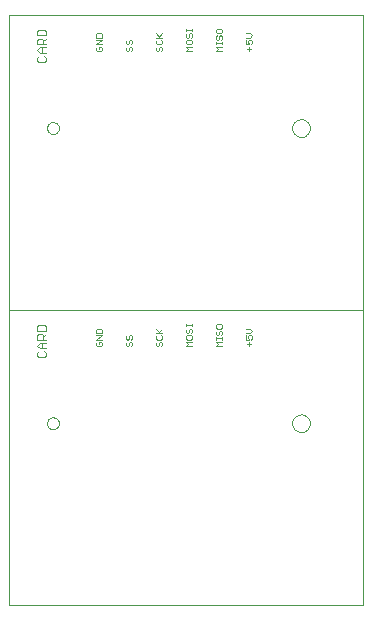
<source format=gto>
G75*
G70*
%OFA0B0*%
%FSLAX24Y24*%
%IPPOS*%
%LPD*%
%AMOC8*
5,1,8,0,0,1.08239X$1,22.5*
%
%ADD10C,0.0000*%
%ADD11C,0.0030*%
%ADD12C,0.0020*%
D10*
X000100Y007391D02*
X000100Y017233D01*
X000100Y027076D01*
X011911Y027076D01*
X011911Y017233D01*
X000100Y017233D01*
X011911Y017233D01*
X011911Y007391D01*
X000100Y007391D01*
X001375Y013456D02*
X001377Y013483D01*
X001383Y013510D01*
X001392Y013536D01*
X001405Y013560D01*
X001421Y013583D01*
X001440Y013602D01*
X001462Y013619D01*
X001486Y013633D01*
X001511Y013643D01*
X001538Y013650D01*
X001565Y013653D01*
X001593Y013652D01*
X001620Y013647D01*
X001646Y013639D01*
X001670Y013627D01*
X001693Y013611D01*
X001714Y013593D01*
X001731Y013572D01*
X001746Y013548D01*
X001757Y013523D01*
X001765Y013497D01*
X001769Y013470D01*
X001769Y013442D01*
X001765Y013415D01*
X001757Y013389D01*
X001746Y013364D01*
X001731Y013340D01*
X001714Y013319D01*
X001693Y013301D01*
X001671Y013285D01*
X001646Y013273D01*
X001620Y013265D01*
X001593Y013260D01*
X001565Y013259D01*
X001538Y013262D01*
X001511Y013269D01*
X001486Y013279D01*
X001462Y013293D01*
X001440Y013310D01*
X001421Y013329D01*
X001405Y013352D01*
X001392Y013376D01*
X001383Y013402D01*
X001377Y013429D01*
X001375Y013456D01*
X001375Y023298D02*
X001377Y023325D01*
X001383Y023352D01*
X001392Y023378D01*
X001405Y023402D01*
X001421Y023425D01*
X001440Y023444D01*
X001462Y023461D01*
X001486Y023475D01*
X001511Y023485D01*
X001538Y023492D01*
X001565Y023495D01*
X001593Y023494D01*
X001620Y023489D01*
X001646Y023481D01*
X001670Y023469D01*
X001693Y023453D01*
X001714Y023435D01*
X001731Y023414D01*
X001746Y023390D01*
X001757Y023365D01*
X001765Y023339D01*
X001769Y023312D01*
X001769Y023284D01*
X001765Y023257D01*
X001757Y023231D01*
X001746Y023206D01*
X001731Y023182D01*
X001714Y023161D01*
X001693Y023143D01*
X001671Y023127D01*
X001646Y023115D01*
X001620Y023107D01*
X001593Y023102D01*
X001565Y023101D01*
X001538Y023104D01*
X001511Y023111D01*
X001486Y023121D01*
X001462Y023135D01*
X001440Y023152D01*
X001421Y023171D01*
X001405Y023194D01*
X001392Y023218D01*
X001383Y023244D01*
X001377Y023271D01*
X001375Y023298D01*
X009545Y023298D02*
X009547Y023332D01*
X009553Y023366D01*
X009563Y023399D01*
X009576Y023430D01*
X009594Y023460D01*
X009614Y023488D01*
X009638Y023513D01*
X009664Y023535D01*
X009692Y023553D01*
X009723Y023569D01*
X009755Y023581D01*
X009789Y023589D01*
X009823Y023593D01*
X009857Y023593D01*
X009891Y023589D01*
X009925Y023581D01*
X009957Y023569D01*
X009987Y023553D01*
X010016Y023535D01*
X010042Y023513D01*
X010066Y023488D01*
X010086Y023460D01*
X010104Y023430D01*
X010117Y023399D01*
X010127Y023366D01*
X010133Y023332D01*
X010135Y023298D01*
X010133Y023264D01*
X010127Y023230D01*
X010117Y023197D01*
X010104Y023166D01*
X010086Y023136D01*
X010066Y023108D01*
X010042Y023083D01*
X010016Y023061D01*
X009988Y023043D01*
X009957Y023027D01*
X009925Y023015D01*
X009891Y023007D01*
X009857Y023003D01*
X009823Y023003D01*
X009789Y023007D01*
X009755Y023015D01*
X009723Y023027D01*
X009692Y023043D01*
X009664Y023061D01*
X009638Y023083D01*
X009614Y023108D01*
X009594Y023136D01*
X009576Y023166D01*
X009563Y023197D01*
X009553Y023230D01*
X009547Y023264D01*
X009545Y023298D01*
X009545Y013456D02*
X009547Y013490D01*
X009553Y013524D01*
X009563Y013557D01*
X009576Y013588D01*
X009594Y013618D01*
X009614Y013646D01*
X009638Y013671D01*
X009664Y013693D01*
X009692Y013711D01*
X009723Y013727D01*
X009755Y013739D01*
X009789Y013747D01*
X009823Y013751D01*
X009857Y013751D01*
X009891Y013747D01*
X009925Y013739D01*
X009957Y013727D01*
X009987Y013711D01*
X010016Y013693D01*
X010042Y013671D01*
X010066Y013646D01*
X010086Y013618D01*
X010104Y013588D01*
X010117Y013557D01*
X010127Y013524D01*
X010133Y013490D01*
X010135Y013456D01*
X010133Y013422D01*
X010127Y013388D01*
X010117Y013355D01*
X010104Y013324D01*
X010086Y013294D01*
X010066Y013266D01*
X010042Y013241D01*
X010016Y013219D01*
X009988Y013201D01*
X009957Y013185D01*
X009925Y013173D01*
X009891Y013165D01*
X009857Y013161D01*
X009823Y013161D01*
X009789Y013165D01*
X009755Y013173D01*
X009723Y013185D01*
X009692Y013201D01*
X009664Y013219D01*
X009638Y013241D01*
X009614Y013266D01*
X009594Y013294D01*
X009576Y013324D01*
X009563Y013355D01*
X009553Y013388D01*
X009547Y013422D01*
X009545Y013456D01*
D11*
X001335Y015704D02*
X001335Y015801D01*
X001287Y015849D01*
X001335Y015950D02*
X001142Y015950D01*
X001045Y016047D01*
X001142Y016144D01*
X001335Y016144D01*
X001335Y016245D02*
X001045Y016245D01*
X001045Y016390D01*
X001093Y016439D01*
X001190Y016439D01*
X001238Y016390D01*
X001238Y016245D01*
X001238Y016342D02*
X001335Y016439D01*
X001335Y016540D02*
X001335Y016685D01*
X001287Y016733D01*
X001093Y016733D01*
X001045Y016685D01*
X001045Y016540D01*
X001335Y016540D01*
X001190Y016144D02*
X001190Y015950D01*
X001093Y015849D02*
X001045Y015801D01*
X001045Y015704D01*
X001093Y015656D01*
X001287Y015656D01*
X001335Y015704D01*
X001287Y025498D02*
X001093Y025498D01*
X001045Y025547D01*
X001045Y025643D01*
X001093Y025692D01*
X001142Y025793D02*
X001045Y025890D01*
X001142Y025986D01*
X001335Y025986D01*
X001335Y026088D02*
X001045Y026088D01*
X001045Y026233D01*
X001093Y026281D01*
X001190Y026281D01*
X001238Y026233D01*
X001238Y026088D01*
X001238Y026184D02*
X001335Y026281D01*
X001335Y026382D02*
X001335Y026527D01*
X001287Y026576D01*
X001093Y026576D01*
X001045Y026527D01*
X001045Y026382D01*
X001335Y026382D01*
X001190Y025986D02*
X001190Y025793D01*
X001142Y025793D02*
X001335Y025793D01*
X001287Y025692D02*
X001335Y025643D01*
X001335Y025547D01*
X001287Y025498D01*
D12*
X002995Y025905D02*
X003032Y025868D01*
X003178Y025868D01*
X003215Y025905D01*
X003215Y025978D01*
X003178Y026015D01*
X003105Y026015D01*
X003105Y025942D01*
X003032Y026015D02*
X002995Y025978D01*
X002995Y025905D01*
X002995Y026089D02*
X003215Y026236D01*
X002995Y026236D01*
X002995Y026310D02*
X002995Y026420D01*
X003032Y026457D01*
X003178Y026457D01*
X003215Y026420D01*
X003215Y026310D01*
X002995Y026310D01*
X002995Y026089D02*
X003215Y026089D01*
X003995Y026126D02*
X004032Y026089D01*
X004068Y026089D01*
X004105Y026126D01*
X004105Y026199D01*
X004142Y026236D01*
X004178Y026236D01*
X004215Y026199D01*
X004215Y026126D01*
X004178Y026089D01*
X004178Y026015D02*
X004215Y025978D01*
X004215Y025905D01*
X004178Y025868D01*
X004105Y025905D02*
X004105Y025978D01*
X004142Y026015D01*
X004178Y026015D01*
X004105Y025905D02*
X004068Y025868D01*
X004032Y025868D01*
X003995Y025905D01*
X003995Y025978D01*
X004032Y026015D01*
X003995Y026126D02*
X003995Y026199D01*
X004032Y026236D01*
X004995Y026199D02*
X004995Y026126D01*
X005032Y026089D01*
X005178Y026089D01*
X005215Y026126D01*
X005215Y026199D01*
X005178Y026236D01*
X005142Y026310D02*
X004995Y026457D01*
X004995Y026310D02*
X005215Y026310D01*
X005105Y026347D02*
X005215Y026457D01*
X005178Y026015D02*
X005142Y026015D01*
X005105Y025978D01*
X005105Y025905D01*
X005068Y025868D01*
X005032Y025868D01*
X004995Y025905D01*
X004995Y025978D01*
X005032Y026015D01*
X004995Y026199D02*
X005032Y026236D01*
X005178Y026015D02*
X005215Y025978D01*
X005215Y025905D01*
X005178Y025868D01*
X005995Y025868D02*
X006068Y025942D01*
X005995Y026015D01*
X006215Y026015D01*
X006178Y026089D02*
X006215Y026126D01*
X006215Y026199D01*
X006178Y026236D01*
X006032Y026236D01*
X005995Y026199D01*
X005995Y026126D01*
X006032Y026089D01*
X006178Y026089D01*
X006178Y026310D02*
X006215Y026347D01*
X006215Y026420D01*
X006178Y026457D01*
X006142Y026457D01*
X006105Y026420D01*
X006105Y026347D01*
X006068Y026310D01*
X006032Y026310D01*
X005995Y026347D01*
X005995Y026420D01*
X006032Y026457D01*
X005995Y026531D02*
X005995Y026605D01*
X005995Y026568D02*
X006215Y026568D01*
X006215Y026531D02*
X006215Y026605D01*
X006215Y025868D02*
X005995Y025868D01*
X006995Y025868D02*
X007068Y025942D01*
X006995Y026015D01*
X007215Y026015D01*
X007215Y026089D02*
X007215Y026163D01*
X007215Y026126D02*
X006995Y026126D01*
X006995Y026089D02*
X006995Y026163D01*
X007032Y026237D02*
X007068Y026237D01*
X007105Y026273D01*
X007105Y026347D01*
X007142Y026383D01*
X007178Y026383D01*
X007215Y026347D01*
X007215Y026273D01*
X007178Y026237D01*
X007032Y026237D02*
X006995Y026273D01*
X006995Y026347D01*
X007032Y026383D01*
X007032Y026458D02*
X007178Y026458D01*
X007215Y026494D01*
X007215Y026568D01*
X007178Y026604D01*
X007032Y026604D01*
X006995Y026568D01*
X006995Y026494D01*
X007032Y026458D01*
X006995Y025868D02*
X007215Y025868D01*
X007995Y026089D02*
X008105Y026089D01*
X008068Y026163D01*
X008068Y026199D01*
X008105Y026236D01*
X008178Y026236D01*
X008215Y026199D01*
X008215Y026126D01*
X008178Y026089D01*
X008105Y026015D02*
X008105Y025868D01*
X008032Y025942D02*
X008178Y025942D01*
X007995Y026089D02*
X007995Y026236D01*
X007995Y026310D02*
X008142Y026310D01*
X008215Y026384D01*
X008142Y026457D01*
X007995Y026457D01*
X007178Y016762D02*
X007032Y016762D01*
X006995Y016725D01*
X006995Y016652D01*
X007032Y016615D01*
X007178Y016615D01*
X007215Y016652D01*
X007215Y016725D01*
X007178Y016762D01*
X007178Y016541D02*
X007215Y016504D01*
X007215Y016431D01*
X007178Y016394D01*
X007105Y016431D02*
X007105Y016504D01*
X007142Y016541D01*
X007178Y016541D01*
X007105Y016431D02*
X007068Y016394D01*
X007032Y016394D01*
X006995Y016431D01*
X006995Y016504D01*
X007032Y016541D01*
X006995Y016320D02*
X006995Y016247D01*
X006995Y016283D02*
X007215Y016283D01*
X007215Y016247D02*
X007215Y016320D01*
X007215Y016173D02*
X006995Y016173D01*
X007068Y016099D01*
X006995Y016026D01*
X007215Y016026D01*
X007995Y016247D02*
X008105Y016247D01*
X008068Y016320D01*
X008068Y016357D01*
X008105Y016394D01*
X008178Y016394D01*
X008215Y016357D01*
X008215Y016283D01*
X008178Y016247D01*
X008105Y016173D02*
X008105Y016026D01*
X008032Y016099D02*
X008178Y016099D01*
X007995Y016247D02*
X007995Y016394D01*
X007995Y016468D02*
X008142Y016468D01*
X008215Y016541D01*
X008142Y016615D01*
X007995Y016615D01*
X006215Y016578D02*
X006215Y016504D01*
X006178Y016468D01*
X006178Y016394D02*
X006032Y016394D01*
X005995Y016357D01*
X005995Y016283D01*
X006032Y016247D01*
X006178Y016247D01*
X006215Y016283D01*
X006215Y016357D01*
X006178Y016394D01*
X006068Y016468D02*
X006105Y016504D01*
X006105Y016578D01*
X006142Y016615D01*
X006178Y016615D01*
X006215Y016578D01*
X006215Y016689D02*
X006215Y016762D01*
X006215Y016725D02*
X005995Y016725D01*
X005995Y016689D02*
X005995Y016762D01*
X006032Y016615D02*
X005995Y016578D01*
X005995Y016504D01*
X006032Y016468D01*
X006068Y016468D01*
X005995Y016173D02*
X006215Y016173D01*
X006215Y016026D02*
X005995Y016026D01*
X006068Y016099D01*
X005995Y016173D01*
X005215Y016136D02*
X005215Y016062D01*
X005178Y016026D01*
X005105Y016062D02*
X005105Y016136D01*
X005142Y016173D01*
X005178Y016173D01*
X005215Y016136D01*
X005178Y016247D02*
X005215Y016283D01*
X005215Y016357D01*
X005178Y016394D01*
X005142Y016468D02*
X004995Y016615D01*
X004995Y016468D02*
X005215Y016468D01*
X005105Y016504D02*
X005215Y016615D01*
X005032Y016394D02*
X004995Y016357D01*
X004995Y016283D01*
X005032Y016247D01*
X005178Y016247D01*
X005105Y016062D02*
X005068Y016026D01*
X005032Y016026D01*
X004995Y016062D01*
X004995Y016136D01*
X005032Y016173D01*
X004215Y016136D02*
X004215Y016062D01*
X004178Y016026D01*
X004105Y016062D02*
X004105Y016136D01*
X004142Y016173D01*
X004178Y016173D01*
X004215Y016136D01*
X004178Y016247D02*
X004215Y016283D01*
X004215Y016357D01*
X004178Y016394D01*
X004142Y016394D01*
X004105Y016357D01*
X004105Y016283D01*
X004068Y016247D01*
X004032Y016247D01*
X003995Y016283D01*
X003995Y016357D01*
X004032Y016394D01*
X004032Y016173D02*
X003995Y016136D01*
X003995Y016062D01*
X004032Y016026D01*
X004068Y016026D01*
X004105Y016062D01*
X003215Y016062D02*
X003178Y016026D01*
X003032Y016026D01*
X002995Y016062D01*
X002995Y016136D01*
X003032Y016173D01*
X003105Y016173D02*
X003105Y016099D01*
X003105Y016173D02*
X003178Y016173D01*
X003215Y016136D01*
X003215Y016062D01*
X003215Y016247D02*
X002995Y016247D01*
X003215Y016394D01*
X002995Y016394D01*
X002995Y016468D02*
X002995Y016578D01*
X003032Y016615D01*
X003178Y016615D01*
X003215Y016578D01*
X003215Y016468D01*
X002995Y016468D01*
M02*

</source>
